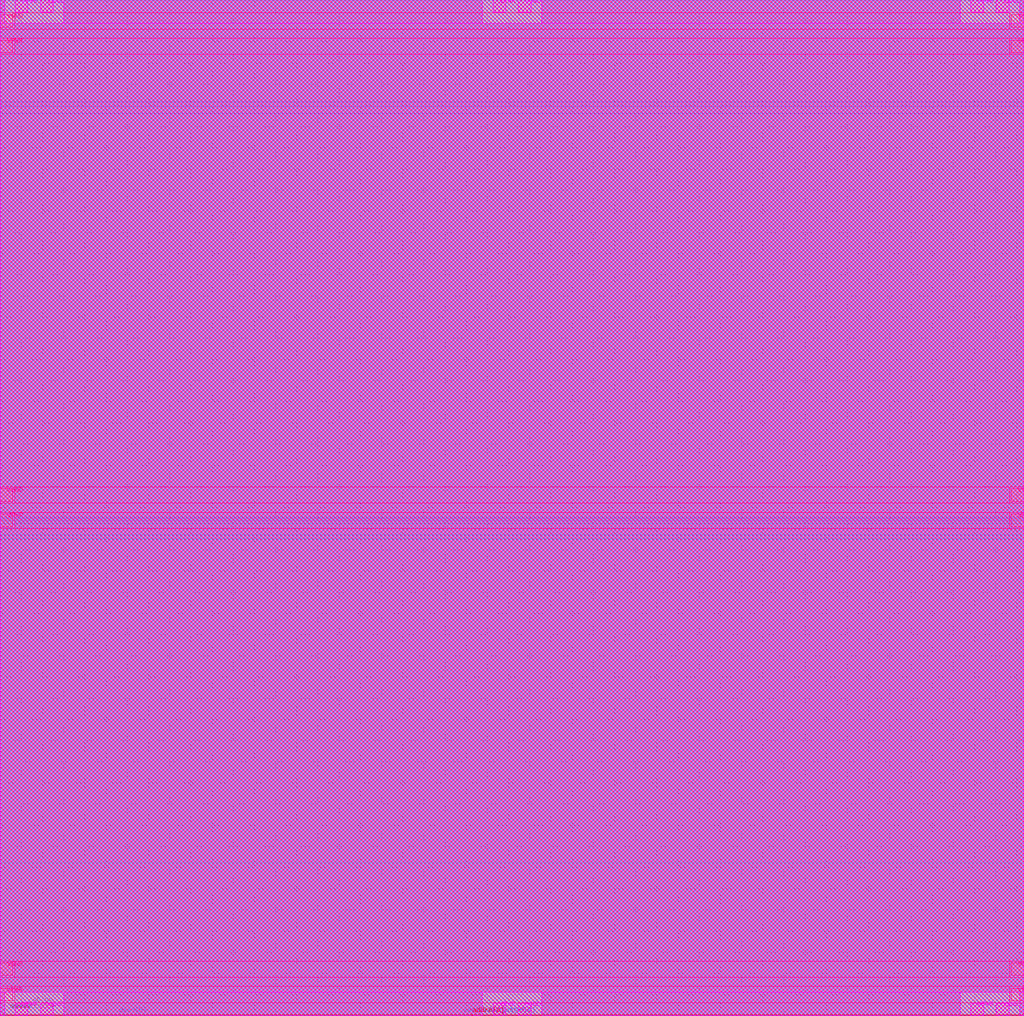
<source format=lef>
###############################################################
#  Generated by:      Cadence Innovus 23.15-s106_1
#  OS:                Linux x86_64(Host ID silo-rhel.luddy.indiana.edu)
#  Generated on:      Wed Sep 17 13:26:19 2025
#  Design:            sram_8_1024_sky130A
#  Command:           write_lef_abstract sram.lef
###############################################################

VERSION 5.8 ;

BUSBITCHARS "[]" ;
DIVIDERCHAR "/" ;

MACRO sram_8_1024_sky130A
  CLASS BLOCK ;
  SIZE 966.620000 BY 959.820000 ;
  FOREIGN sram_8_1024_sky130A 0.000000 0.000000 ;
  ORIGIN 0 0 ;
  SYMMETRY X Y R90 ;
  PIN clk
    DIRECTION INPUT ;
    USE SIGNAL ;
    PORT
      LAYER met2 ;
        RECT 489.360000 0.000000 489.500000 0.485000 ;
    END
  END clk
  PIN csb0
    DIRECTION INPUT ;
    USE SIGNAL ;
    PORT
      LAYER met1 ;
        RECT 966.025000 450.260000 966.620000 450.400000 ;
    END
  END csb0
  PIN web0
    DIRECTION INPUT ;
    USE SIGNAL ;
    PORT
      LAYER met3 ;
        RECT 965.820000 450.410000 966.620000 450.710000 ;
    END
  END web0
  PIN addr0[9]
    DIRECTION INPUT ;
    USE SIGNAL ;
    PORT
      LAYER met2 ;
        RECT 474.740000 0.000000 474.880000 0.485000 ;
    END
  END addr0[9]
  PIN addr0[8]
    DIRECTION INPUT ;
    USE SIGNAL ;
    PORT
      LAYER met2 ;
        RECT 453.660000 959.335000 453.800000 959.820000 ;
    END
  END addr0[8]
  PIN addr0[7]
    DIRECTION INPUT ;
    USE SIGNAL ;
    PORT
      LAYER met2 ;
        RECT 475.420000 0.000000 475.560000 0.485000 ;
    END
  END addr0[7]
  PIN addr0[6]
    DIRECTION INPUT ;
    USE SIGNAL ;
    PORT
      LAYER met1 ;
        RECT 966.025000 460.460000 966.620000 460.600000 ;
    END
  END addr0[6]
  PIN addr0[5]
    DIRECTION INPUT ;
    USE SIGNAL ;
    PORT
      LAYER met2 ;
        RECT 465.220000 0.000000 465.360000 0.485000 ;
    END
  END addr0[5]
  PIN addr0[4]
    DIRECTION INPUT ;
    USE SIGNAL ;
    PORT
      LAYER met2 ;
        RECT 454.000000 0.000000 454.140000 0.485000 ;
    END
  END addr0[4]
  PIN addr0[3]
    DIRECTION INPUT ;
    USE SIGNAL ;
    PORT
      LAYER met2 ;
        RECT 440.400000 0.000000 440.540000 0.485000 ;
    END
  END addr0[3]
  PIN addr0[2]
    DIRECTION INPUT ;
    USE SIGNAL ;
    PORT
      LAYER met2 ;
        RECT 437.000000 0.000000 437.140000 0.485000 ;
    END
  END addr0[2]
  PIN addr0[1]
    DIRECTION INPUT ;
    USE SIGNAL ;
    PORT
      LAYER met2 ;
        RECT 445.160000 0.000000 445.300000 0.485000 ;
    END
  END addr0[1]
  PIN addr0[0]
    DIRECTION INPUT ;
    USE SIGNAL ;
    PORT
      LAYER met4 ;
        RECT 445.420000 0.000000 445.720000 0.800000 ;
    END
  END addr0[0]
  PIN din0[7]
    DIRECTION INPUT ;
    USE SIGNAL ;
    PORT
      LAYER met2 ;
        RECT 112.300000 0.000000 112.440000 0.485000 ;
    END
  END din0[7]
  PIN din0[6]
    DIRECTION INPUT ;
    USE SIGNAL ;
    PORT
      LAYER met2 ;
        RECT 144.260000 959.335000 144.400000 959.820000 ;
    END
  END din0[6]
  PIN din0[5]
    DIRECTION INPUT ;
    USE SIGNAL ;
    PORT
      LAYER met1 ;
        RECT 966.025000 858.940000 966.620000 859.080000 ;
    END
  END din0[5]
  PIN din0[4]
    DIRECTION INPUT ;
    USE SIGNAL ;
    PORT
      LAYER met1 ;
        RECT 966.025000 863.360000 966.620000 863.500000 ;
    END
  END din0[4]
  PIN din0[3]
    DIRECTION INPUT ;
    USE SIGNAL ;
    PORT
      LAYER met1 ;
        RECT 966.025000 143.920000 966.620000 144.060000 ;
    END
  END din0[3]
  PIN din0[2]
    DIRECTION INPUT ;
    USE SIGNAL ;
    PORT
      LAYER met2 ;
        RECT 111.280000 0.000000 111.420000 0.485000 ;
    END
  END din0[2]
  PIN din0[1]
    DIRECTION INPUT ;
    USE SIGNAL ;
    PORT
      LAYER met1 ;
        RECT 966.025000 852.140000 966.620000 852.280000 ;
    END
  END din0[1]
  PIN din0[0]
    DIRECTION INPUT ;
    USE SIGNAL ;
    PORT
      LAYER met3 ;
        RECT 965.820000 144.190000 966.620000 144.490000 ;
    END
  END din0[0]
  PIN dout0[7]
    DIRECTION OUTPUT ;
    USE SIGNAL ;
    PORT
      LAYER met1 ;
        RECT 966.025000 467.600000 966.620000 467.740000 ;
    END
  END dout0[7]
  PIN dout0[6]
    DIRECTION OUTPUT ;
    USE SIGNAL ;
    PORT
      LAYER met1 ;
        RECT 966.025000 465.220000 966.620000 465.360000 ;
    END
  END dout0[6]
  PIN dout0[5]
    DIRECTION OUTPUT ;
    USE SIGNAL ;
    PORT
      LAYER met1 ;
        RECT 966.025000 454.340000 966.620000 454.480000 ;
    END
  END dout0[5]
  PIN dout0[4]
    DIRECTION OUTPUT ;
    USE SIGNAL ;
    PORT
      LAYER met3 ;
        RECT 965.820000 454.070000 966.620000 454.370000 ;
    END
  END dout0[4]
  PIN dout0[3]
    DIRECTION OUTPUT ;
    USE SIGNAL ;
    PORT
      LAYER met1 ;
        RECT 966.025000 469.300000 966.620000 469.440000 ;
    END
  END dout0[3]
  PIN dout0[2]
    DIRECTION OUTPUT ;
    USE SIGNAL ;
    PORT
      LAYER met1 ;
        RECT 966.025000 453.660000 966.620000 453.800000 ;
    END
  END dout0[2]
  PIN dout0[1]
    DIRECTION OUTPUT ;
    USE SIGNAL ;
    PORT
      LAYER met3 ;
        RECT 965.820000 465.050000 966.620000 465.350000 ;
    END
  END dout0[1]
  PIN dout0[0]
    DIRECTION OUTPUT ;
    USE SIGNAL ;
    PORT
      LAYER met1 ;
        RECT 966.025000 470.660000 966.620000 470.800000 ;
    END
  END dout0[0]
  PIN VPWR
    DIRECTION INOUT ;
    USE POWER ;
    PORT
      LAYER rdl ;
        RECT 14.040000 0.000000 26.040000 12.000000 ;
    END
    PORT
      LAYER rdl ;
        RECT 14.040000 947.820000 26.040000 959.820000 ;
    END
    PORT
      LAYER rdl ;
        RECT 465.310000 0.000000 477.310000 12.000000 ;
    END
    PORT
      LAYER rdl ;
        RECT 465.310000 947.820000 477.310000 959.820000 ;
    END
    PORT
      LAYER rdl ;
        RECT 916.580000 0.000000 928.580000 12.000000 ;
    END
    PORT
      LAYER rdl ;
        RECT 916.580000 947.820000 928.580000 959.820000 ;
    END
    PORT
      LAYER met5 ;
        RECT 0.000000 14.040000 12.000000 26.040000 ;
    END
    PORT
      LAYER met5 ;
        RECT 954.620000 14.040000 966.620000 26.040000 ;
    END
    PORT
      LAYER met5 ;
        RECT 0.000000 461.895000 12.000000 473.895000 ;
    END
    PORT
      LAYER met5 ;
        RECT 954.620000 461.895000 966.620000 473.895000 ;
    END
    PORT
      LAYER met5 ;
        RECT 0.000000 909.750000 12.000000 921.750000 ;
    END
    PORT
      LAYER met5 ;
        RECT 954.620000 909.750000 966.620000 921.750000 ;
    END
  END VPWR
  PIN VGND
    DIRECTION INOUT ;
    USE GROUND ;
    PORT
      LAYER rdl ;
        RECT 38.040000 0.000000 50.040000 12.000000 ;
    END
    PORT
      LAYER rdl ;
        RECT 38.040000 947.820000 50.040000 959.820000 ;
    END
    PORT
      LAYER rdl ;
        RECT 489.310000 0.000000 501.310000 12.000000 ;
    END
    PORT
      LAYER rdl ;
        RECT 489.310000 947.820000 501.310000 959.820000 ;
    END
    PORT
      LAYER rdl ;
        RECT 940.580000 0.000000 952.580000 12.000000 ;
    END
    PORT
      LAYER rdl ;
        RECT 940.580000 947.820000 952.580000 959.820000 ;
    END
    PORT
      LAYER met5 ;
        RECT 0.000000 38.040000 12.000000 50.040000 ;
    END
    PORT
      LAYER met5 ;
        RECT 954.620000 38.040000 966.620000 50.040000 ;
    END
    PORT
      LAYER met5 ;
        RECT 0.000000 485.895000 12.000000 497.895000 ;
    END
    PORT
      LAYER met5 ;
        RECT 954.620000 485.895000 966.620000 497.895000 ;
    END
    PORT
      LAYER met5 ;
        RECT 0.000000 933.750000 12.000000 945.750000 ;
    END
    PORT
      LAYER met5 ;
        RECT 954.620000 933.750000 966.620000 945.750000 ;
    END
  END VGND
  OBS
    LAYER li1 ;
      RECT 0.000000 0.000000 966.620000 959.820000 ;
    LAYER met1 ;
      RECT 0.000000 863.640000 966.620000 959.820000 ;
      RECT 0.000000 863.220000 965.885000 863.640000 ;
      RECT 0.000000 859.220000 966.620000 863.220000 ;
      RECT 0.000000 858.800000 965.885000 859.220000 ;
      RECT 0.000000 852.420000 966.620000 858.800000 ;
      RECT 0.000000 852.000000 965.885000 852.420000 ;
      RECT 0.000000 470.940000 966.620000 852.000000 ;
      RECT 0.000000 470.520000 965.885000 470.940000 ;
      RECT 0.000000 469.580000 966.620000 470.520000 ;
      RECT 0.000000 469.160000 965.885000 469.580000 ;
      RECT 0.000000 467.880000 966.620000 469.160000 ;
      RECT 0.000000 467.460000 965.885000 467.880000 ;
      RECT 0.000000 465.500000 966.620000 467.460000 ;
      RECT 0.000000 465.080000 965.885000 465.500000 ;
      RECT 0.000000 460.740000 966.620000 465.080000 ;
      RECT 0.000000 460.320000 965.885000 460.740000 ;
      RECT 0.000000 454.620000 966.620000 460.320000 ;
      RECT 0.000000 454.200000 965.885000 454.620000 ;
      RECT 0.000000 453.940000 966.620000 454.200000 ;
      RECT 0.000000 453.520000 965.885000 453.940000 ;
      RECT 0.000000 450.540000 966.620000 453.520000 ;
      RECT 0.000000 450.120000 965.885000 450.540000 ;
      RECT 0.000000 144.200000 966.620000 450.120000 ;
      RECT 0.000000 143.780000 965.885000 144.200000 ;
      RECT 0.000000 0.000000 966.620000 143.780000 ;
    LAYER met2 ;
      RECT 453.940000 959.195000 966.620000 959.820000 ;
      RECT 144.540000 959.195000 453.520000 959.820000 ;
      RECT 0.000000 959.195000 144.120000 959.820000 ;
      RECT 0.000000 0.625000 966.620000 959.195000 ;
      RECT 489.640000 0.000000 966.620000 0.625000 ;
      RECT 475.700000 0.000000 489.220000 0.625000 ;
      RECT 475.020000 0.000000 475.280000 0.625000 ;
      RECT 465.500000 0.000000 474.600000 0.625000 ;
      RECT 454.280000 0.000000 465.080000 0.625000 ;
      RECT 445.440000 0.000000 453.860000 0.625000 ;
      RECT 440.680000 0.000000 445.020000 0.625000 ;
      RECT 437.280000 0.000000 440.260000 0.625000 ;
      RECT 112.580000 0.000000 436.860000 0.625000 ;
      RECT 111.560000 0.000000 112.160000 0.625000 ;
      RECT 0.000000 0.000000 111.140000 0.625000 ;
    LAYER met3 ;
      RECT 0.000000 465.650000 966.620000 959.820000 ;
      RECT 0.000000 464.750000 965.520000 465.650000 ;
      RECT 0.000000 454.670000 966.620000 464.750000 ;
      RECT 0.000000 453.770000 965.520000 454.670000 ;
      RECT 0.000000 451.010000 966.620000 453.770000 ;
      RECT 0.000000 450.110000 965.520000 451.010000 ;
      RECT 0.000000 144.790000 966.620000 450.110000 ;
      RECT 0.000000 143.890000 965.520000 144.790000 ;
      RECT 0.000000 0.000000 966.620000 143.890000 ;
    LAYER met4 ;
      RECT 0.000000 1.100000 966.620000 959.820000 ;
      RECT 446.020000 0.000000 966.620000 1.100000 ;
      RECT 0.000000 0.000000 445.120000 1.100000 ;
    LAYER met5 ;
      RECT 0.000000 947.350000 966.620000 959.820000 ;
      RECT 13.600000 932.150000 953.020000 947.350000 ;
      RECT 0.000000 923.350000 966.620000 932.150000 ;
      RECT 13.600000 908.150000 953.020000 923.350000 ;
      RECT 0.000000 499.495000 966.620000 908.150000 ;
      RECT 13.600000 484.295000 953.020000 499.495000 ;
      RECT 0.000000 475.495000 966.620000 484.295000 ;
      RECT 13.600000 460.295000 953.020000 475.495000 ;
      RECT 0.000000 51.640000 966.620000 460.295000 ;
      RECT 13.600000 36.440000 953.020000 51.640000 ;
      RECT 0.000000 27.640000 966.620000 36.440000 ;
      RECT 13.600000 12.440000 953.020000 27.640000 ;
      RECT 0.000000 0.000000 966.620000 12.440000 ;
    LAYER rdl ;
      RECT 962.580000 937.820000 966.620000 959.820000 ;
      RECT 511.310000 937.820000 906.580000 959.820000 ;
      RECT 60.040000 937.820000 455.310000 959.820000 ;
      RECT 0.000000 937.820000 4.040000 959.820000 ;
      RECT 0.000000 22.000000 966.620000 937.820000 ;
      RECT 962.580000 0.000000 966.620000 22.000000 ;
      RECT 511.310000 0.000000 906.580000 22.000000 ;
      RECT 60.040000 0.000000 455.310000 22.000000 ;
      RECT 0.000000 0.000000 4.040000 22.000000 ;
  END
END sram_8_1024_sky130A

END LIBRARY

</source>
